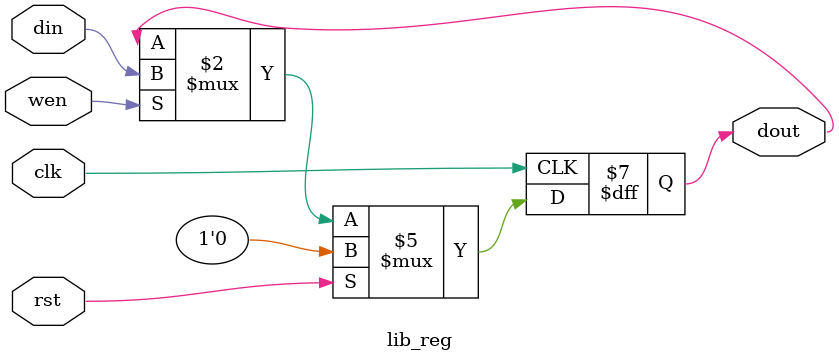
<source format=sv>
/******************************************************************************
*
*  Authors:   Chengyi Zhang
*     Date:   2023/4/20
*   Method:   
*  Version:   
*  Content:  
* 
******************************************************************************/

module lib_reg #(WIDTH = 1, RESET_VAL = 0) (
    input                               clk                        ,
    input                               rst                        ,
    input              [WIDTH-1: 0]     din                        ,
    output logic       [WIDTH-1: 0]     dout                       ,
    input                               wen                         
);

  always @(posedge clk) begin
    if (rst)
        dout <= RESET_VAL;
    else if(wen)
        dout <= din;
  end

endmodule

</source>
